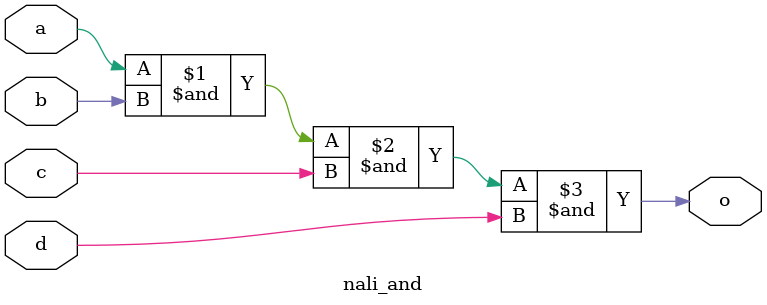
<source format=v>

module nali_and (a,b,c,d,o);
input a,b,c,d;
output o;

	assign o = a & b & c & d ;

endmodule
</source>
